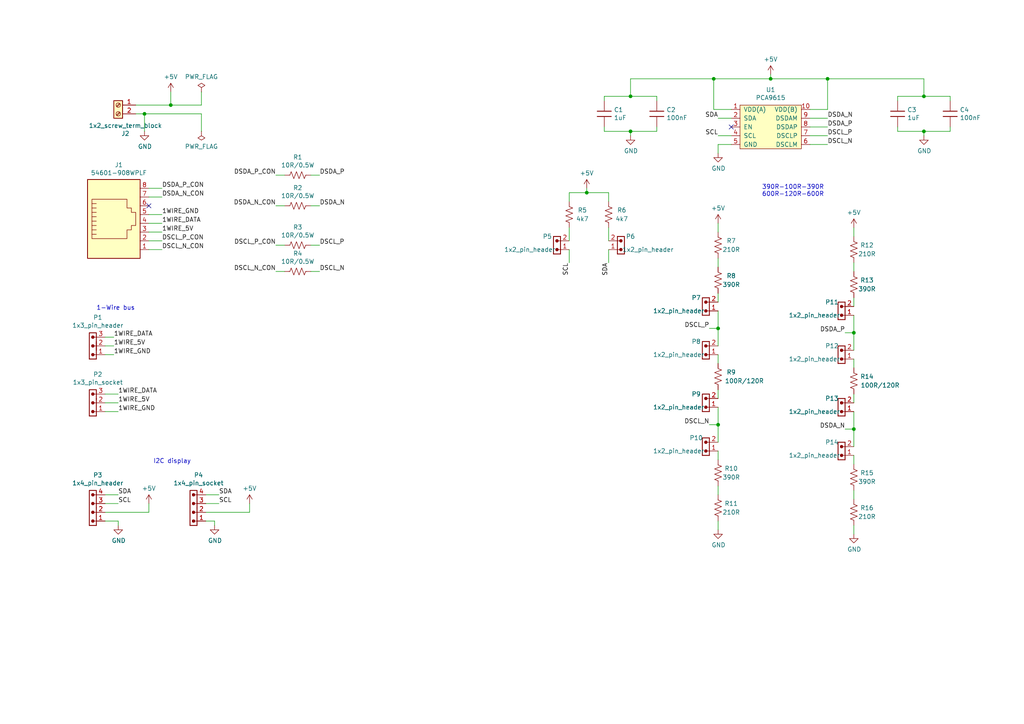
<source format=kicad_sch>
(kicad_sch (version 20230121) (generator eeschema)
  (paper "A4")
  (title_block (title "Testing board") (date "2023-07-28") (rev "v1.0") (company "Roman Labovsky (roman-labovsky.cz)"))
  (lib_symbols
    (symbol "connector_rl:1x2_pin_header" (pin_names (offset 1.016) hide)
      (property "Reference" "P" (at 0 2.54 0))
      (property "Value" "1x2_pin_header" (at 1.27 -5.08 0))
      (symbol "1x2_pin_header_0_1"
        (circle (center -1.27 -0.254) (radius 0.254) (stroke (width 0.4572)))
        (polyline (pts (xy -2.54 -1.27) (xy -2.54 0.762)) (stroke (width 0.254)))
        (polyline (pts (xy -2.54 -1.27) (xy 2.54 -1.27)) (stroke (width 0.254)))
        (polyline (pts (xy -1.27 -1.27) (xy -1.27 -0.254)) (stroke (width 0.1524)))
        (polyline (pts (xy 1.27 -1.27) (xy 1.27 -0.254)) (stroke (width 0.1524)))
        (polyline (pts (xy 2.54 -1.27) (xy 2.54 0.762) (xy -2.54 0.762)) (stroke (width 0.254)))
        (circle (center 1.27 -0.254) (radius 0.254) (stroke (width 0.4572)))
      )
      (symbol "1x2_pin_header_1_1"
        (pin passive line (at -1.27 -3.81 90) (length 2.54) (name "1") (number "1"))
        (pin passive line (at 1.27 -3.81 90) (length 2.54) (name "2") (number "2"))
      )
    )
    (symbol "connector_rl:1x2_screw_term_block" (pin_names (offset 1.016) hide)
      (property "Reference" "J" (at 0 3.81 0))
      (property "Value" "1x2_screw_term_block" (at 0 -3.81 0))
      (symbol "1x2_screw_term_block_1_1"
        (rectangle (start -1.27 2.54) (end 1.27 -2.54) (stroke (width 0.254)) (fill (type background)))
        (circle (center 0 -1.27) (radius 0.635) (stroke (width 0.1524)))
        (polyline (pts (xy -0.5334 -0.9398) (xy 0.3302 -1.778)) (stroke (width 0.1524)))
        (polyline (pts (xy -0.5334 1.6002) (xy 0.3302 0.762)) (stroke (width 0.1524)))
        (polyline (pts (xy -0.3556 -0.762) (xy 0.508 -1.6002)) (stroke (width 0.1524)))
        (polyline (pts (xy -0.3556 1.778) (xy 0.508 0.9398)) (stroke (width 0.1524)))
        (circle (center 0 1.27) (radius 0.635) (stroke (width 0.1524)))
        (pin passive line (at -5.08 1.27 0) (length 3.81) (name "1") (number "1"))
        (pin passive line (at -5.08 -1.27 0) (length 3.81) (name "2") (number "2"))
      )
    )
    (symbol "connector_rl:1x3_pin_header" (pin_names (offset 1.016) hide)
      (property "Reference" "P" (at -2.54 2.54 0))
      (property "Value" "1x3_pin_header" (at 0 -6.35 0))
      (symbol "1x3_pin_header_1_1"
        (circle (center -2.54 -0.254) (radius 0.254) (stroke (width 0.4572)))
        (circle (center 0 -0.254) (radius 0.254) (stroke (width 0.4572)))
        (polyline (pts (xy -3.81 -1.27) (xy -3.81 0.762)) (stroke (width 0.254)))
        (polyline (pts (xy -3.81 -1.27) (xy 1.27 -1.27)) (stroke (width 0.254)))
        (polyline (pts (xy -2.54 -1.27) (xy -2.54 -0.254)) (stroke (width 0.1524)))
        (polyline (pts (xy 0 -1.27) (xy 0 -0.254)) (stroke (width 0.1524)))
        (polyline (pts (xy 2.54 -1.27) (xy 2.54 -0.254)) (stroke (width 0.1524)))
        (polyline (pts (xy -1.27 -1.27) (xy 3.81 -1.27) (xy 3.81 0.762) (xy -3.81 0.762)) (stroke (width 0.254)))
        (circle (center 2.54 -0.254) (radius 0.254) (stroke (width 0.4572)))
        (pin passive line (at -2.54 -3.81 90) (length 2.54) (name "1") (number "1"))
        (pin passive line (at 0 -3.81 90) (length 2.54) (name "2") (number "2"))
        (pin passive line (at 2.54 -3.81 90) (length 2.54) (name "3") (number "3"))
      )
    )
    (symbol "connector_rl:1x3_pin_socket" (pin_names (offset 1.016) hide)
      (property "Reference" "P" (at -2.54 2.54 0))
      (property "Value" "1x3_pin_socket" (at 0 -5.08 0))
      (symbol "1x3_pin_socket_0_1"
        (polyline (pts (xy -3.81 0.762) (xy 3.81 0.762) (xy 3.81 -1.27) (xy 1.016 -1.27)) (stroke (width 0.254)))
      )
      (symbol "1x3_pin_socket_1_1"
        (circle (center -2.54 -0.254) (radius 0.254) (stroke (width 0.4572)))
        (circle (center 0 -0.254) (radius 0.254) (stroke (width 0.4572)))
        (polyline (pts (xy -3.81 -1.27) (xy -3.81 0.762)) (stroke (width 0.254)))
        (polyline (pts (xy -3.81 -1.27) (xy 1.27 -1.27)) (stroke (width 0.254)))
        (polyline (pts (xy -2.54 -1.27) (xy -2.54 -0.254)) (stroke (width 0.1524)))
        (polyline (pts (xy 0 -1.27) (xy 0 -0.254)) (stroke (width 0.1524)))
        (polyline (pts (xy 2.54 -1.27) (xy 2.54 -0.254)) (stroke (width 0.1524)))
        (circle (center 2.54 -0.254) (radius 0.254) (stroke (width 0.4572)))
        (pin passive line (at -2.54 -3.81 90) (length 2.54) (name "1") (number "1"))
        (pin passive line (at 0 -3.81 90) (length 2.54) (name "2") (number "2"))
        (pin passive line (at 2.54 -3.81 90) (length 2.54) (name "3") (number "3"))
      )
    )
    (symbol "connector_rl:1x4_pin_header" (pin_names (offset 1.016) hide)
      (property "Reference" "P" (at -3.81 2.54 0))
      (property "Value" "1x4_pin_header" (at 0 -5.08 0))
      (symbol "1x4_pin_header_0_1"
        (polyline (pts (xy 0 -1.27) (xy 5.08 -1.27) (xy 5.08 0.762) (xy -5.08 0.762)) (stroke (width 0.254)))
      )
      (symbol "1x4_pin_header_1_1"
        (circle (center -3.81 -0.254) (radius 0.254) (stroke (width 0.4572)))
        (circle (center -1.27 -0.254) (radius 0.254) (stroke (width 0.4572)))
        (polyline (pts (xy -5.08 -1.27) (xy -5.08 0.762)) (stroke (width 0.254)))
        (polyline (pts (xy -5.08 -1.27) (xy 0 -1.27)) (stroke (width 0.254)))
        (polyline (pts (xy -3.81 -1.27) (xy -3.81 -0.254)) (stroke (width 0.1524)))
        (polyline (pts (xy -1.27 -1.27) (xy -1.27 -0.254)) (stroke (width 0.1524)))
        (polyline (pts (xy 1.27 -1.27) (xy 1.27 -0.254)) (stroke (width 0.1524)))
        (polyline (pts (xy 3.81 -1.27) (xy 3.81 -0.254)) (stroke (width 0.1524)))
        (circle (center 1.27 -0.254) (radius 0.254) (stroke (width 0.4572)))
        (circle (center 3.81 -0.254) (radius 0.254) (stroke (width 0.4572)))
        (pin passive line (at -3.81 -3.81 90) (length 2.54) (name "1") (number "1"))
        (pin passive line (at -1.27 -3.81 90) (length 2.54) (name "2") (number "2"))
        (pin passive line (at 1.27 -3.81 90) (length 2.54) (name "3") (number "3"))
        (pin passive line (at 3.81 -3.81 90) (length 2.54) (name "4") (number "4"))
      )
    )
    (symbol "connector_rl:1x4_pin_socket" (pin_names (offset 1.016) hide)
      (property "Reference" "P" (at 0 2.54 0))
      (property "Value" "1x4_pin_socket" (at 0 -5.08 0))
      (symbol "1x4_pin_socket_1_1"
        (circle (center -3.81 -0.254) (radius 0.254) (stroke (width 0.4572)))
        (circle (center -1.27 -0.254) (radius 0.254) (stroke (width 0.4572)))
        (polyline (pts (xy -5.08 -1.27) (xy -5.08 0.762)) (stroke (width 0.254)))
        (polyline (pts (xy -5.08 -1.27) (xy 0 -1.27)) (stroke (width 0.254)))
        (polyline (pts (xy -3.81 -1.27) (xy -3.81 -0.254)) (stroke (width 0.1524)))
        (polyline (pts (xy -1.27 -1.27) (xy -1.27 -0.254)) (stroke (width 0.1524)))
        (polyline (pts (xy 1.27 -1.27) (xy 1.27 -0.254)) (stroke (width 0.1524)))
        (polyline (pts (xy 3.81 -1.27) (xy 3.81 -0.254)) (stroke (width 0.1524)))
        (polyline (pts (xy 0 -1.27) (xy 5.08 -1.27) (xy 5.08 0.762) (xy -5.08 0.762)) (stroke (width 0.254)))
        (circle (center 1.27 -0.254) (radius 0.254) (stroke (width 0.4572)))
        (circle (center 3.81 -0.254) (radius 0.254) (stroke (width 0.4572)))
        (pin passive line (at -3.81 -3.81 90) (length 2.54) (name "1") (number "1"))
        (pin passive line (at -1.27 -3.81 90) (length 2.54) (name "2") (number "2"))
        (pin passive line (at 1.27 -3.81 90) (length 2.54) (name "3") (number "3"))
        (pin passive line (at 3.81 -3.81 90) (length 2.54) (name "4") (number "4"))
      )
    )
    (symbol "connector_rl:rj45" (pin_names (offset 1.016))
      (property "Reference" "J" (at -6.35 15.24 0))
      (property "Value" "rj45" (at 0 -12.7 0))
      (symbol "rj45_1_1"
        (polyline (pts (xy -5.08 4.445) (xy -6.35 4.445)))
        (polyline (pts (xy -5.08 5.715) (xy -6.35 5.715)))
        (polyline (pts (xy -6.35 -3.175) (xy -5.08 -3.175) (xy -5.08 -3.175)))
        (polyline (pts (xy -6.35 -1.905) (xy -5.08 -1.905) (xy -5.08 -1.905)))
        (polyline (pts (xy -6.35 -0.635) (xy -5.08 -0.635) (xy -5.08 -0.635)))
        (polyline (pts (xy -6.35 0.635) (xy -5.08 0.635) (xy -5.08 0.635)))
        (polyline (pts (xy -6.35 1.905) (xy -5.08 1.905) (xy -5.08 1.905)))
        (polyline (pts (xy -5.08 3.175) (xy -6.35 3.175) (xy -6.35 3.175)))
        (polyline (pts (xy -6.35 -4.445) (xy -6.35 6.985) (xy 3.81 6.985) (xy 3.81 4.445) (xy 5.08 4.445) (xy 5.08 3.175) (xy 6.35 3.175) (xy 6.35 -0.635) (xy 5.08 -0.635) (xy 5.08 -1.905) (xy 3.81 -1.905) (xy 3.81 -4.445) (xy -6.35 -4.445) (xy -6.35 -4.445)))
        (rectangle (start 7.62 12.7) (end -7.62 -10.16) (stroke (width 0.254)) (fill (type background)))
        (pin passive line (at 10.16 -7.62 180) (length 2.54) (name "~") (number "1"))
        (pin passive line (at 10.16 -5.08 180) (length 2.54) (name "~") (number "2"))
        (pin passive line (at 10.16 -2.54 180) (length 2.54) (name "~") (number "3"))
        (pin passive line (at 10.16 0 180) (length 2.54) (name "~") (number "4"))
        (pin passive line (at 10.16 2.54 180) (length 2.54) (name "~") (number "5"))
        (pin passive line (at 10.16 5.08 180) (length 2.54) (name "~") (number "6"))
        (pin passive line (at 10.16 7.62 180) (length 2.54) (name "~") (number "7"))
        (pin passive line (at 10.16 10.16 180) (length 2.54) (name "~") (number "8"))
      )
    )
    (symbol "interface_i2c_rl:PCA9615" (pin_names (offset 1.016))
      (property "Reference" "U?" (at -7.62 7.62 0))
      (property "Value" "PCA9615" (at 2.54 7.62 0))
      (symbol "PCA9615_0_1"
        (rectangle (start -8.89 6.35) (end 8.89 -6.35) (fill (type background)))
      )
      (symbol "PCA9615_1_1"
        (pin power_in line (at -11.43 5.08 0) (length 2.54) (name "VDD(A)") (number "1"))
        (pin power_in line (at 11.43 5.08 180) (length 2.54) (name "VDD(B)") (number "10"))
        (pin bidirectional line (at -11.43 2.54 0) (length 2.54) (name "SDA") (number "2"))
        (pin input line (at -11.43 0 0) (length 2.54) (name "EN") (number "3"))
        (pin bidirectional line (at -11.43 -2.54 0) (length 2.54) (name "SCL") (number "4"))
        (pin power_in line (at -11.43 -5.08 0) (length 2.54) (name "GND") (number "5"))
        (pin bidirectional line (at 11.43 -5.08 180) (length 2.54) (name "DSCLM") (number "6"))
        (pin bidirectional line (at 11.43 -2.54 180) (length 2.54) (name "DSCLP") (number "7"))
        (pin bidirectional line (at 11.43 0 180) (length 2.54) (name "DSDAP") (number "8"))
        (pin bidirectional line (at 11.43 2.54 180) (length 2.54) (name "DSDAM") (number "9"))
      )
    )
    (symbol "passive_component_rl:capacitor" (pin_numbers hide) (pin_names (offset 1.016) hide)
      (property "Reference" "C" (at 0 3.81 0))
      (property "Value" "capacitor" (at 0 -3.81 0))
      (symbol "capacitor_1_1"
        (polyline (pts (xy -0.762 -2.032) (xy -0.762 2.032)) (stroke (width 0.254)))
        (polyline (pts (xy 0.762 -2.032) (xy 0.762 2.032)) (stroke (width 0.254)))
        (pin passive line (at -3.81 0 0) (length 2.8956) (name "~") (number "1"))
        (pin passive line (at 3.81 0 180) (length 2.8956) (name "~") (number "2"))
      )
    )
    (symbol "passive_component_rl:resistor_us" (pin_numbers hide) (pin_names hide)
      (property "Reference" "R" (at 0 2.032 0))
      (property "Value" "resistor_us" (at 0 -2.54 0))
      (symbol "resistor_us_1_1"
        (polyline (pts (xy -2.286 0) (xy -2.54 0)))
        (polyline (pts (xy 2.286 0) (xy 2.54 0)))
        (polyline (pts (xy -2.286 0) (xy -1.905 1.016) (xy -1.524 0) (xy -1.143 -1.016) (xy -0.762 0)))
        (polyline (pts (xy -0.762 0) (xy -0.381 1.016) (xy 0 0) (xy 0.381 -1.016) (xy 0.762 0)))
        (polyline (pts (xy 0.762 0) (xy 1.143 1.016) (xy 1.524 0) (xy 1.905 -1.016) (xy 2.286 0)))
        (pin passive line (at -3.81 0 0) (length 1.27) (name "~") (number "1"))
        (pin passive line (at 3.81 0 180) (length 1.27) (name "~") (number "2"))
      )
    )
    (symbol "power_rl:+5V" (power) (pin_numbers hide) (pin_names (offset 0))
      (property "Value" "+5V" (at 0 3.556 0))
      (symbol "+5V_1_1"
        (polyline (pts (xy -0.762 1.27) (xy 0 2.54)))
        (polyline (pts (xy 0 0) (xy 0 2.54)))
        (polyline (pts (xy 0 2.54) (xy 0.762 1.27)))
        (pin power_in line (at 0 0 90) (length 0) hide (name "+5V") (number "1"))
      )
    )
    (symbol "power_rl:GND" (power) (pin_names (offset 0))
      (property "Value" "GND" (at 0 -2.54 0))
      (symbol "GND_1_1"
        (polyline (pts (xy 0 1.27) (xy 0 0) (xy 1.27 0) (xy 0 -1.27) (xy -1.27 0) (xy 0 0)))
        (pin power_in line (at 0 1.27 270) (length 0) hide (name "GND") (number "1"))
      )
    )
    (symbol "power_rl:PWR_FLAG" (power) (pin_numbers hide) (pin_names (offset 0) hide)
      (property "Value" "PWR_FLAG" (at 0 3.81 0))
      (symbol "PWR_FLAG_0_0"
        (pin power_out line (at 0 0 90) (length 0) (name "pwr") (number "1"))
      )
      (symbol "PWR_FLAG_0_1"
        (polyline (pts (xy 0 0) (xy 0 1.27) (xy -1.016 1.905) (xy 0 2.54) (xy 1.016 1.905) (xy 0 1.27)))
      )
    )
  )
  (junction (at 247.65 96.52))
  (junction (at 49.53 30.48))
  (junction (at 267.97 27.94))
  (junction (at 267.97 38.1))
  (junction (at 170.18 55.88))
  (junction (at 41.91 33.02))
  (junction (at 182.88 38.1))
  (junction (at 247.65 124.46))
  (junction (at 208.28 95.25))
  (junction (at 240.03 22.86))
  (junction (at 208.28 123.19))
  (junction (at 207.01 22.86))
  (junction (at 182.88 27.94))
  (junction (at 223.52 22.86))
  (no_connect (at 43.18 59.69))
  (no_connect (at 212.09 36.83))
  (wire (pts (xy 247.65 154.94) (xy 247.65 152.4)))
  (wire (pts (xy 170.18 54.61) (xy 170.18 55.88)))
  (wire (pts (xy 190.5 38.1) (xy 190.5 36.83)))
  (wire (pts (xy 43.18 64.77) (xy 46.99 64.77)))
  (wire (pts (xy 182.88 38.1) (xy 190.5 38.1)))
  (wire (pts (xy 260.35 27.94) (xy 267.97 27.94)))
  (wire (pts (xy 30.48 97.79) (xy 33.02 97.79)))
  (wire (pts (xy 247.65 66.04) (xy 247.65 68.58)))
  (wire (pts (xy 176.53 72.39) (xy 176.53 76.2)))
  (wire (pts (xy 208.28 115.57) (xy 208.28 113.03)))
  (wire (pts (xy 247.65 116.84) (xy 247.65 114.3)))
  (wire (pts (xy 49.53 30.48) (xy 58.42 30.48)))
  (wire (pts (xy 234.95 39.37) (xy 240.03 39.37)))
  (wire (pts (xy 234.95 36.83) (xy 240.03 36.83)))
  (wire (pts (xy 58.42 30.48) (xy 58.42 26.67)))
  (wire (pts (xy 275.59 27.94) (xy 275.59 29.21)))
  (wire (pts (xy 165.1 69.85) (xy 165.1 66.04)))
  (wire (pts (xy 43.18 69.85) (xy 46.99 69.85)))
  (wire (pts (xy 82.55 71.12) (xy 80.01 71.12)))
  (wire (pts (xy 30.48 102.87) (xy 33.02 102.87)))
  (wire (pts (xy 267.97 22.86) (xy 267.97 27.94)))
  (wire (pts (xy 82.55 50.8) (xy 80.01 50.8)))
  (wire (pts (xy 176.53 69.85) (xy 176.53 66.04)))
  (wire (pts (xy 90.17 78.74) (xy 92.71 78.74)))
  (wire (pts (xy 208.28 143.51) (xy 208.28 140.97)))
  (wire (pts (xy 247.65 134.62) (xy 247.65 132.08)))
  (wire (pts (xy 234.95 31.75) (xy 240.03 31.75)))
  (wire (pts (xy 30.48 100.33) (xy 33.02 100.33)))
  (wire (pts (xy 208.28 90.17) (xy 208.28 95.25)))
  (wire (pts (xy 30.48 116.84) (xy 34.29 116.84)))
  (wire (pts (xy 41.91 33.02) (xy 41.91 38.1)))
  (wire (pts (xy 90.17 50.8) (xy 92.71 50.8)))
  (wire (pts (xy 43.18 54.61) (xy 46.99 54.61)))
  (wire (pts (xy 234.95 41.91) (xy 240.03 41.91)))
  (wire (pts (xy 212.09 41.91) (xy 208.28 41.91)))
  (wire (pts (xy 30.48 151.13) (xy 34.29 151.13)))
  (wire (pts (xy 59.69 143.51) (xy 63.5 143.51)))
  (wire (pts (xy 175.26 29.21) (xy 175.26 27.94)))
  (wire (pts (xy 212.09 31.75) (xy 207.01 31.75)))
  (wire (pts (xy 165.1 72.39) (xy 165.1 76.2)))
  (wire (pts (xy 245.11 96.52) (xy 247.65 96.52)))
  (wire (pts (xy 212.09 39.37) (xy 208.28 39.37)))
  (wire (pts (xy 260.35 29.21) (xy 260.35 27.94)))
  (wire (pts (xy 234.95 34.29) (xy 240.03 34.29)))
  (wire (pts (xy 223.52 22.86) (xy 240.03 22.86)))
  (wire (pts (xy 30.48 143.51) (xy 34.29 143.51)))
  (wire (pts (xy 212.09 34.29) (xy 208.28 34.29)))
  (wire (pts (xy 34.29 152.4) (xy 34.29 151.13)))
  (wire (pts (xy 62.23 151.13) (xy 62.23 152.4)))
  (wire (pts (xy 208.28 77.47) (xy 208.28 74.93)))
  (wire (pts (xy 182.88 22.86) (xy 207.01 22.86)))
  (wire (pts (xy 165.1 58.42) (xy 165.1 55.88)))
  (wire (pts (xy 182.88 27.94) (xy 190.5 27.94)))
  (wire (pts (xy 58.42 33.02) (xy 58.42 38.1)))
  (wire (pts (xy 30.48 119.38) (xy 34.29 119.38)))
  (wire (pts (xy 247.65 96.52) (xy 247.65 101.6)))
  (wire (pts (xy 170.18 55.88) (xy 176.53 55.88)))
  (wire (pts (xy 247.65 88.9) (xy 247.65 86.36)))
  (wire (pts (xy 30.48 146.05) (xy 34.29 146.05)))
  (wire (pts (xy 43.18 148.59) (xy 43.18 146.05)))
  (wire (pts (xy 43.18 67.31) (xy 46.99 67.31)))
  (wire (pts (xy 245.11 124.46) (xy 247.65 124.46)))
  (wire (pts (xy 208.28 123.19) (xy 208.28 118.11)))
  (wire (pts (xy 63.5 146.05) (xy 59.69 146.05)))
  (wire (pts (xy 39.37 33.02) (xy 41.91 33.02)))
  (wire (pts (xy 82.55 78.74) (xy 80.01 78.74)))
  (wire (pts (xy 49.53 30.48) (xy 49.53 26.67)))
  (wire (pts (xy 72.39 148.59) (xy 72.39 146.05)))
  (wire (pts (xy 208.28 128.27) (xy 208.28 123.19)))
  (wire (pts (xy 175.26 27.94) (xy 182.88 27.94)))
  (wire (pts (xy 267.97 27.94) (xy 275.59 27.94)))
  (wire (pts (xy 165.1 55.88) (xy 170.18 55.88)))
  (wire (pts (xy 90.17 71.12) (xy 92.71 71.12)))
  (wire (pts (xy 208.28 41.91) (xy 208.28 44.45)))
  (wire (pts (xy 247.65 91.44) (xy 247.65 96.52)))
  (wire (pts (xy 247.65 106.68) (xy 247.65 104.14)))
  (wire (pts (xy 260.35 38.1) (xy 267.97 38.1)))
  (wire (pts (xy 208.28 133.35) (xy 208.28 130.81)))
  (wire (pts (xy 176.53 55.88) (xy 176.53 58.42)))
  (wire (pts (xy 39.37 30.48) (xy 49.53 30.48)))
  (wire (pts (xy 205.74 95.25) (xy 208.28 95.25)))
  (wire (pts (xy 43.18 57.15) (xy 46.99 57.15)))
  (wire (pts (xy 240.03 22.86) (xy 267.97 22.86)))
  (wire (pts (xy 175.26 36.83) (xy 175.26 38.1)))
  (wire (pts (xy 205.74 123.19) (xy 208.28 123.19)))
  (wire (pts (xy 59.69 148.59) (xy 72.39 148.59)))
  (wire (pts (xy 247.65 124.46) (xy 247.65 119.38)))
  (wire (pts (xy 82.55 59.69) (xy 80.01 59.69)))
  (wire (pts (xy 207.01 22.86) (xy 223.52 22.86)))
  (wire (pts (xy 190.5 27.94) (xy 190.5 29.21)))
  (wire (pts (xy 275.59 38.1) (xy 275.59 36.83)))
  (wire (pts (xy 30.48 148.59) (xy 43.18 148.59)))
  (wire (pts (xy 260.35 36.83) (xy 260.35 38.1)))
  (wire (pts (xy 208.28 87.63) (xy 208.28 85.09)))
  (wire (pts (xy 223.52 21.59) (xy 223.52 22.86)))
  (wire (pts (xy 267.97 39.37) (xy 267.97 38.1)))
  (wire (pts (xy 267.97 38.1) (xy 275.59 38.1)))
  (wire (pts (xy 175.26 38.1) (xy 182.88 38.1)))
  (wire (pts (xy 207.01 31.75) (xy 207.01 22.86)))
  (wire (pts (xy 208.28 95.25) (xy 208.28 100.33)))
  (wire (pts (xy 41.91 33.02) (xy 58.42 33.02)))
  (wire (pts (xy 208.28 105.41) (xy 208.28 102.87)))
  (wire (pts (xy 43.18 62.23) (xy 46.99 62.23)))
  (wire (pts (xy 247.65 129.54) (xy 247.65 124.46)))
  (wire (pts (xy 90.17 59.69) (xy 92.71 59.69)))
  (wire (pts (xy 208.28 64.77) (xy 208.28 67.31)))
  (wire (pts (xy 59.69 151.13) (xy 62.23 151.13)))
  (wire (pts (xy 30.48 114.3) (xy 34.29 114.3)))
  (wire (pts (xy 247.65 78.74) (xy 247.65 76.2)))
  (wire (pts (xy 247.65 144.78) (xy 247.65 142.24)))
  (wire (pts (xy 182.88 39.37) (xy 182.88 38.1)))
  (wire (pts (xy 182.88 22.86) (xy 182.88 27.94)))
  (wire (pts (xy 43.18 72.39) (xy 46.99 72.39)))
  (wire (pts (xy 208.28 153.67) (xy 208.28 151.13)))
  (wire (pts (xy 240.03 31.75) (xy 240.03 22.86)))
  (text "1-Wire bus" (at 27.94 90.17 0) (effects (font (size 1.27 1.27)) (justify left bottom)))
  (text "I2C display" (at 44.45 134.62 0) (effects (font (size 1.27 1.27)) (justify left bottom)))
  (text "390R-100R-390R\n600R-120R-600R" (at 220.98 57.15 0) (effects (font (size 1.27 1.27)) (justify left bottom)))
  (label "DSDA_N_CON" (at 80.01 59.69 180))
  (label "DSCL_P_CON" (at 46.99 69.85 0))
  (label "DSCL_N_CON" (at 46.99 72.39 0))
  (label "SDA" (at 176.53 76.2 270))
  (label "SDA" (at 34.29 143.51 0))
  (label "DSCL_P_CON" (at 80.01 71.12 180))
  (label "DSCL_N" (at 240.03 41.91 0))
  (label "SDA" (at 63.5 143.51 0))
  (label "1WIRE_DATA" (at 34.29 114.3 0))
  (label "DSDA_N" (at 92.71 59.69 0))
  (label "DSDA_P" (at 245.11 96.52 180))
  (label "DSDA_P_CON" (at 80.01 50.8 180))
  (label "SCL" (at 165.1 76.2 270))
  (label "1WIRE_GND" (at 33.02 102.87 0))
  (label "SCL" (at 34.29 146.05 0))
  (label "DSCL_P" (at 240.03 39.37 0))
  (label "DSDA_P_CON" (at 46.99 54.61 0))
  (label "SDA" (at 208.28 34.29 180))
  (label "DSDA_N_CON" (at 46.99 57.15 0))
  (label "1WIRE_DATA" (at 33.02 97.79 0))
  (label "DSDA_N" (at 245.11 124.46 180))
  (label "1WIRE_DATA" (at 46.99 64.77 0))
  (label "DSCL_P" (at 92.71 71.12 0))
  (label "DSCL_P" (at 205.74 95.25 180))
  (label "DSDA_P" (at 240.03 36.83 0))
  (label "1WIRE_5V" (at 33.02 100.33 0))
  (label "DSCL_N_CON" (at 80.01 78.74 180))
  (label "DSCL_N" (at 205.74 123.19 180))
  (label "SCL" (at 63.5 146.05 0))
  (label "DSDA_N" (at 240.03 34.29 0))
  (label "1WIRE_GND" (at 34.29 119.38 0))
  (label "SCL" (at 208.28 39.37 180))
  (label "DSCL_N" (at 92.71 78.74 0))
  (label "DSDA_P" (at 92.71 50.8 0))
  (label "1WIRE_5V" (at 46.99 67.31 0))
  (label "1WIRE_GND" (at 46.99 62.23 0))
  (label "1WIRE_5V" (at 34.29 116.84 0))
  (symbol (lib_id "connector_rl:rj45") (at 33.02 64.77 0) (unit 1)
    (property "Reference" "J1" (at 34.4678 47.8282 0))
    (property "Value" "54601-908WPLF" (at 34.4678 50.1396 0))
    (property "Footprint" "connector_rl:rj45_54601-908WPLF" (effects hide))
  )
  (symbol (lib_id "interface_i2c_rl:PCA9615") (at 223.52 36.83 0) (unit 1)
    (property "Reference" "U1" (at 223.52 26.035 0))
    (property "Value" "PCA9615" (at 223.52 28.3464 0))
    (property "Footprint" "package_tssop_rl:tssop_10" (effects hide))
    (property "Datasheet" "https://www.nxp.com/docs/en/data-sheet/PCA9615.pdf" (effects hide))
    (property "Manufacture" "NXP Semiconductors" (effects hide))
  )
  (symbol (lib_id "passive_component_rl:resistor_us") (at 86.36 50.8 0) (unit 1)
    (property "Reference" "R1" (at 86.36 45.593 0))
    (property "Value" "10R/0.5W" (at 86.36 47.9044 0))
    (property "Footprint" "resistor_smd_rl:r_1206" (effects hide))
  )
  (symbol (lib_id "passive_component_rl:capacitor") (at 190.5 33.02 270) (unit 1)
    (property "Reference" "C2" (at 193.294 31.8516 90) (effects (justify left)))
    (property "Value" "100nF" (at 193.294 34.163 90) (effects (justify left)))
    (property "Footprint" "capacitor_smd_rl:c_1206" (effects hide))
  )
  (symbol (lib_id "passive_component_rl:resistor_us") (at 86.36 59.69 0) (unit 1)
    (property "Reference" "R2" (at 86.36 54.483 0))
    (property "Value" "10R/0.5W" (at 86.36 56.7944 0))
    (property "Footprint" "resistor_smd_rl:r_1206" (effects hide))
  )
  (symbol (lib_id "passive_component_rl:resistor_us") (at 86.36 71.12 0) (unit 1)
    (property "Reference" "R3" (at 86.36 65.913 0))
    (property "Value" "10R/0.5W" (at 86.36 68.2244 0))
    (property "Footprint" "resistor_smd_rl:r_1206" (effects hide))
  )
  (symbol (lib_id "passive_component_rl:capacitor") (at 175.26 33.02 270) (unit 1)
    (property "Reference" "C1" (at 178.054 31.8516 90) (effects (justify left)))
    (property "Value" "1uF" (at 178.054 34.163 90) (effects (justify left)))
    (property "Footprint" "capacitor_smd_rl:c_1206" (effects hide))
  )
  (symbol (lib_id "passive_component_rl:resistor_us") (at 86.36 78.74 0) (unit 1)
    (property "Reference" "R4" (at 86.36 73.533 0))
    (property "Value" "10R/0.5W" (at 86.36 75.8444 0))
    (property "Footprint" "resistor_smd_rl:r_1206" (effects hide))
  )
  (symbol (lib_id "power_rl:GND") (at 182.88 40.64 0) (unit 1)
    (property "Reference" "#PWR0101" (effects hide))
    (property "Value" "GND" (at 183.007 43.7642 0))
  )
  (symbol (lib_id "passive_component_rl:capacitor") (at 275.59 33.02 270) (unit 1)
    (property "Reference" "C4" (at 278.384 31.8516 90) (effects (justify left)))
    (property "Value" "100nF" (at 278.384 34.163 90) (effects (justify left)))
    (property "Footprint" "capacitor_smd_rl:c_1206" (effects hide))
  )
  (symbol (lib_id "passive_component_rl:capacitor") (at 260.35 33.02 270) (unit 1)
    (property "Reference" "C3" (at 263.144 31.8516 90) (effects (justify left)))
    (property "Value" "1uF" (at 263.144 34.163 90) (effects (justify left)))
    (property "Footprint" "capacitor_smd_rl:c_1206" (effects hide))
  )
  (symbol (lib_id "power_rl:GND") (at 267.97 40.64 0) (unit 1)
    (property "Reference" "#PWR0102" (effects hide))
    (property "Value" "GND" (at 268.097 43.7642 0))
  )
  (symbol (lib_id "power_rl:GND") (at 208.28 45.72 0) (unit 1)
    (property "Reference" "#PWR0103" (effects hide))
    (property "Value" "GND" (at 208.407 48.8442 0))
  )
  (symbol (lib_id "passive_component_rl:resistor_us") (at 165.1 62.23 270) (unit 1)
    (property "Reference" "R5" (at 168.91 60.96 90))
    (property "Value" "4k7" (at 168.91 63.5 90))
    (property "Footprint" "resistor_smd_rl:r_1206" (effects hide))
  )
  (symbol (lib_id "passive_component_rl:resistor_us") (at 176.53 62.23 270) (unit 1)
    (property "Reference" "R6" (at 180.34 60.96 90))
    (property "Value" "4k7" (at 180.34 63.5 90))
    (property "Footprint" "resistor_smd_rl:r_1206" (effects hide))
  )
  (symbol (lib_id "power_rl:+5V") (at 223.52 21.59 0) (unit 1)
    (property "Reference" "#PWR0104" (effects hide))
    (property "Value" "+5V" (at 223.52 17.1958 0))
  )
  (symbol (lib_id "power_rl:+5V") (at 170.18 54.61 0) (unit 1)
    (property "Reference" "#PWR0105" (effects hide))
    (property "Value" "+5V" (at 170.18 50.2158 0))
  )
  (symbol (lib_id "connector_rl:1x2_pin_header") (at 161.29 71.12 90) (unit 1)
    (property "Reference" "P5" (at 158.75 68.58 90))
    (property "Value" "1x2_pin_header" (at 153.67 72.39 90))
    (property "Footprint" "connector_smd_pinheader_2.54mm_rl:1x2_pinheader_2.54mm_vertical" (effects hide))
  )
  (symbol (lib_id "connector_rl:1x2_pin_header") (at 180.34 71.12 270) (mirror x) (unit 1)
    (property "Reference" "P6" (at 182.88 68.58 90))
    (property "Value" "1x2_pin_header" (at 187.96 72.39 90))
    (property "Footprint" "connector_smd_pinheader_2.54mm_rl:1x2_pinheader_2.54mm_vertical" (effects hide))
  )
  (symbol (lib_id "connector_rl:1x3_pin_socket") (at 26.67 116.84 90) (unit 1)
    (property "Reference" "P2" (at 28.3718 108.585 90))
    (property "Value" "1x3_pin_socket" (at 28.3718 110.8964 90))
    (property "Footprint" "connector_tht_pinsocket_2.54mm_rl:1x3_pinsocket_2.54mm_vertical_8.4mm" (effects hide))
  )
  (symbol (lib_id "connector_rl:1x4_pin_socket") (at 55.88 147.32 90) (unit 1)
    (property "Reference" "P4" (at 57.5818 137.795 90))
    (property "Value" "1x4_pin_socket" (at 57.5818 140.1064 90))
    (property "Footprint" "connector_tht_pinsocket_2.54mm_rl:1x4_pinsocket_2.54mm_vertical_8.4mm" (effects hide))
  )
  (symbol (lib_id "power_rl:+5V") (at 72.39 146.05 0) (unit 1)
    (property "Reference" "#PWR0114" (effects hide))
    (property "Value" "+5V" (at 72.39 141.6558 0))
  )
  (symbol (lib_id "power_rl:GND") (at 62.23 153.67 0) (unit 1)
    (property "Reference" "#PWR0115" (effects hide))
    (property "Value" "GND" (at 62.357 156.7942 0))
  )
  (symbol (lib_id "passive_component_rl:resistor_us") (at 208.28 71.12 270) (unit 1)
    (property "Reference" "R7" (at 212.09 69.85 90))
    (property "Value" "210R" (at 212.09 72.39 90))
    (property "Footprint" "resistor_smd_rl:r_1206" (effects hide))
  )
  (symbol (lib_id "passive_component_rl:resistor_us") (at 208.28 81.28 270) (unit 1)
    (property "Reference" "R8" (at 212.09 80.01 90))
    (property "Value" "390R" (at 212.09 82.55 90))
    (property "Footprint" "resistor_smd_rl:r_1206" (effects hide))
  )
  (symbol (lib_id "power_rl:+5V") (at 208.28 64.77 0) (unit 1)
    (property "Reference" "#PWR0107" (effects hide))
    (property "Value" "+5V" (at 208.28 60.3758 0))
  )
  (symbol (lib_id "connector_rl:1x2_pin_header") (at 204.47 88.9 90) (unit 1)
    (property "Reference" "P7" (at 201.93 86.36 90))
    (property "Value" "1x2_pin_header" (at 196.85 90.17 90))
    (property "Footprint" "connector_smd_pinheader_2.54mm_rl:1x2_pinheader_2.54mm_vertical" (effects hide))
  )
  (symbol (lib_id "connector_rl:1x2_pin_header") (at 204.47 101.6 90) (unit 1)
    (property "Reference" "P8" (at 201.93 99.06 90))
    (property "Value" "1x2_pin_header" (at 196.85 102.87 90))
    (property "Footprint" "connector_smd_pinheader_2.54mm_rl:1x2_pinheader_2.54mm_vertical" (effects hide))
  )
  (symbol (lib_id "passive_component_rl:resistor_us") (at 208.28 109.22 270) (unit 1)
    (property "Reference" "R9" (at 212.09 107.95 90))
    (property "Value" "100R/120R" (at 215.9 110.49 90))
    (property "Footprint" "resistor_smd_rl:r_1206" (effects hide))
  )
  (symbol (lib_id "connector_rl:1x2_pin_header") (at 204.47 116.84 90) (unit 1)
    (property "Reference" "P9" (at 201.93 114.3 90))
    (property "Value" "1x2_pin_header" (at 196.85 118.11 90))
    (property "Footprint" "connector_smd_pinheader_2.54mm_rl:1x2_pinheader_2.54mm_vertical" (effects hide))
  )
  (symbol (lib_id "connector_rl:1x2_pin_header") (at 204.47 129.54 90) (unit 1)
    (property "Reference" "P10" (at 201.93 127 90))
    (property "Value" "1x2_pin_header" (at 196.85 130.81 90))
    (property "Footprint" "connector_smd_pinheader_2.54mm_rl:1x2_pinheader_2.54mm_vertical" (effects hide))
  )
  (symbol (lib_id "passive_component_rl:resistor_us") (at 208.28 137.16 270) (unit 1)
    (property "Reference" "R10" (at 212.09 135.89 90))
    (property "Value" "390R" (at 212.09 138.43 90))
    (property "Footprint" "resistor_smd_rl:r_1206" (effects hide))
  )
  (symbol (lib_id "passive_component_rl:resistor_us") (at 208.28 147.32 270) (unit 1)
    (property "Reference" "R11" (at 212.09 146.05 90))
    (property "Value" "210R" (at 212.09 148.59 90))
    (property "Footprint" "resistor_smd_rl:r_1206" (effects hide))
  )
  (symbol (lib_id "power_rl:GND") (at 208.28 154.94 0) (unit 1)
    (property "Reference" "#PWR0108" (effects hide))
    (property "Value" "GND" (at 208.407 158.0642 0))
  )
  (symbol (lib_id "passive_component_rl:resistor_us") (at 247.65 72.39 270) (unit 1)
    (property "Reference" "R12" (at 251.46 71.12 90))
    (property "Value" "210R" (at 251.46 73.66 90))
    (property "Footprint" "resistor_smd_rl:r_1206" (effects hide))
  )
  (symbol (lib_id "passive_component_rl:resistor_us") (at 247.65 82.55 270) (unit 1)
    (property "Reference" "R13" (at 251.46 81.28 90))
    (property "Value" "390R" (at 251.46 83.82 90))
    (property "Footprint" "resistor_smd_rl:r_1206" (effects hide))
  )
  (symbol (lib_id "power_rl:+5V") (at 247.65 66.04 0) (unit 1)
    (property "Reference" "#PWR0109" (effects hide))
    (property "Value" "+5V" (at 247.65 61.6458 0))
  )
  (symbol (lib_id "connector_rl:1x2_pin_header") (at 243.84 90.17 90) (unit 1)
    (property "Reference" "P11" (at 241.3 87.63 90))
    (property "Value" "1x2_pin_header" (at 236.22 91.44 90))
    (property "Footprint" "connector_smd_pinheader_2.54mm_rl:1x2_pinheader_2.54mm_vertical" (effects hide))
  )
  (symbol (lib_id "connector_rl:1x2_pin_header") (at 243.84 102.87 90) (unit 1)
    (property "Reference" "P12" (at 241.3 100.33 90))
    (property "Value" "1x2_pin_header" (at 236.22 104.14 90))
    (property "Footprint" "connector_smd_pinheader_2.54mm_rl:1x2_pinheader_2.54mm_vertical" (effects hide))
  )
  (symbol (lib_id "passive_component_rl:resistor_us") (at 247.65 110.49 270) (unit 1)
    (property "Reference" "R14" (at 251.46 109.22 90))
    (property "Value" "100R/120R" (at 255.27 111.76 90))
    (property "Footprint" "resistor_smd_rl:r_1206" (effects hide))
  )
  (symbol (lib_id "connector_rl:1x2_pin_header") (at 243.84 118.11 90) (unit 1)
    (property "Reference" "P13" (at 241.3 115.57 90))
    (property "Value" "1x2_pin_header" (at 236.22 119.38 90))
    (property "Footprint" "connector_smd_pinheader_2.54mm_rl:1x2_pinheader_2.54mm_vertical" (effects hide))
  )
  (symbol (lib_id "connector_rl:1x2_pin_header") (at 243.84 130.81 90) (unit 1)
    (property "Reference" "P14" (at 241.3 128.27 90))
    (property "Value" "1x2_pin_header" (at 236.22 132.08 90))
    (property "Footprint" "connector_smd_pinheader_2.54mm_rl:1x2_pinheader_2.54mm_vertical" (effects hide))
  )
  (symbol (lib_id "passive_component_rl:resistor_us") (at 247.65 138.43 270) (unit 1)
    (property "Reference" "R15" (at 251.46 137.16 90))
    (property "Value" "390R" (at 251.46 139.7 90))
    (property "Footprint" "resistor_smd_rl:r_1206" (effects hide))
  )
  (symbol (lib_id "passive_component_rl:resistor_us") (at 247.65 148.59 270) (unit 1)
    (property "Reference" "R16" (at 251.46 147.32 90))
    (property "Value" "210R" (at 251.46 149.86 90))
    (property "Footprint" "resistor_smd_rl:r_1206" (effects hide))
  )
  (symbol (lib_id "power_rl:GND") (at 247.65 156.21 0) (unit 1)
    (property "Reference" "#PWR0110" (effects hide))
    (property "Value" "GND" (at 247.777 159.3342 0))
  )
  (symbol (lib_id "connector_rl:1x4_pin_header") (at 26.67 147.32 90) (unit 1)
    (property "Reference" "P3" (at 28.3718 137.795 90))
    (property "Value" "1x4_pin_header" (at 28.3718 140.1064 90))
    (property "Footprint" "connector_tht_pinheader_2.54mm_rl:1x4_pinheader_2.54mm_vertical" (effects hide))
  )
  (symbol (lib_id "power_rl:GND") (at 34.29 153.67 0) (unit 1)
    (property "Reference" "#PWR0111" (effects hide))
    (property "Value" "GND" (at 34.417 156.7942 0))
  )
  (symbol (lib_id "power_rl:+5V") (at 43.18 146.05 0) (unit 1)
    (property "Reference" "#PWR0112" (effects hide))
    (property "Value" "+5V" (at 43.18 141.6558 0))
  )
  (symbol (lib_id "power_rl:PWR_FLAG") (at 58.42 26.67 0) (unit 1)
    (property "Reference" "#FLG0101" (effects hide))
    (property "Value" "PWR_FLAG" (at 58.42 22.2758 0))
  )
  (symbol (lib_id "power_rl:PWR_FLAG") (at 58.42 38.1 180) (unit 1)
    (property "Reference" "#FLG0102" (effects hide))
    (property "Value" "PWR_FLAG" (at 58.42 42.4942 0))
  )
  (symbol (lib_id "connector_rl:1x3_pin_header") (at 26.67 100.33 90) (unit 1)
    (property "Reference" "P1" (at 28.3718 92.075 90))
    (property "Value" "1x3_pin_header" (at 28.3718 94.3864 90))
    (property "Footprint" "connector_tht_pinheader_2.54mm_rl:1x3_pinheader_2.54mm_vertical" (effects hide))
  )
  (symbol (lib_id "connector_rl:1x2_screw_term_block") (at 34.29 31.75 0) (mirror y) (unit 1)
    (property "Reference" "J2" (at 36.3728 38.735 0))
    (property "Value" "1x2_screw_term_block" (at 36.3728 36.4236 0))
    (property "Footprint" "terminal_block_tht_rl:EBBA-02-C-SS-BU" (effects hide))
  )
  (symbol (lib_id "power_rl:+5V") (at 49.53 26.67 0) (unit 1)
    (property "Reference" "#PWR0106" (effects hide))
    (property "Value" "+5V" (at 49.53 22.2758 0))
  )
  (symbol (lib_id "power_rl:GND") (at 41.91 39.37 0) (unit 1)
    (property "Reference" "#PWR0113" (effects hide))
    (property "Value" "GND" (at 42.037 42.4942 0))
  )
)
</source>
